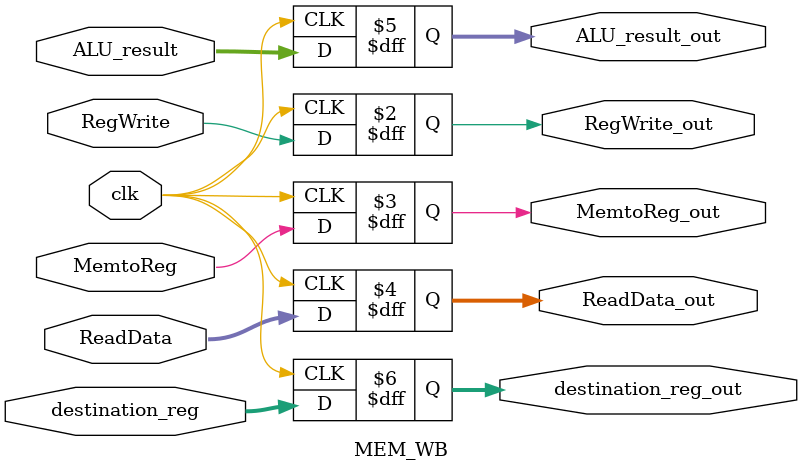
<source format=v>
`timescale 1ns / 1ps


module MEM_WB(
    input clk,                      // Clock signal
    input RegWrite,                 // Control signal for enabling register write
    input MemtoReg,                 // Control signal for selecting memory or ALU result for register write
    input [63:0] ReadData,          // Data read from memory or register file
    input [63:0] ALU_result,        // Result of the ALU operation
    input [4:0] destination_reg,    // Destination register for register write

    output reg RegWrite_out,        // Output signal for enabling register write
    output reg MemtoReg_out,        // Output signal for selecting memory or ALU result for register write
    output reg [63:0] ReadData_out, // Output signal for data read from memory or register file
    output reg [63:0] ALU_result_out, // Output signal for the ALU result
    output reg [4:0] destination_reg_out // Output signal for destination register for register write
);

    // Assign output values based on input signals
    always @(posedge clk) begin
        RegWrite_out = RegWrite;
        MemtoReg_out = MemtoReg;
        ReadData_out = ReadData;
        ALU_result_out = ALU_result;
        destination_reg_out = destination_reg;
    end

endmodule

</source>
